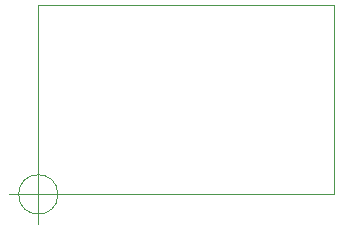
<source format=gm1>
G04 #@! TF.FileFunction,Profile,NP*
%FSLAX46Y46*%
G04 Gerber Fmt 4.6, Leading zero omitted, Abs format (unit mm)*
G04 Created by KiCad (PCBNEW 4.0.5) date Saturday 15 April 2017 18:44:44*
%MOMM*%
%LPD*%
G01*
G04 APERTURE LIST*
%ADD10C,0.100000*%
G04 APERTURE END LIST*
D10*
X1666666Y0D02*
G75*
G03X1666666Y0I-1666666J0D01*
G01*
X-2500000Y0D02*
X2500000Y0D01*
X0Y2500000D02*
X0Y-2500000D01*
X25000000Y16000000D02*
X25000000Y0D01*
X25000000Y0D02*
X0Y0D01*
X0Y16000000D02*
X25000000Y16000000D01*
X0Y16000000D02*
X0Y0D01*
M02*

</source>
